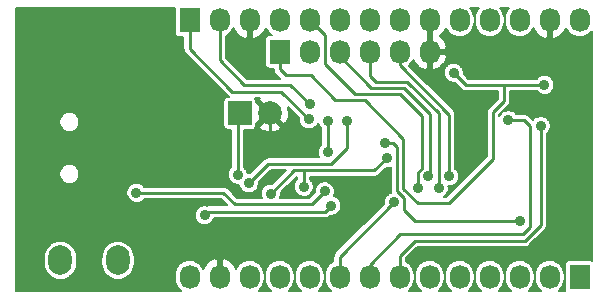
<source format=gbl>
%FSLAX34Y34*%
G04 Gerber Fmt 3.4, Leading zero omitted, Abs format*
G04 (created by PCBNEW (2014-03-19 BZR 4756)-product) date Čt 31. červenec 2014, 15:28:38 CEST*
%MOIN*%
G01*
G70*
G90*
G04 APERTURE LIST*
%ADD10C,0.005906*%
%ADD11R,0.078700X0.078700*%
%ADD12C,0.078700*%
%ADD13O,0.078700X0.098400*%
%ADD14R,0.068000X0.080000*%
%ADD15O,0.068000X0.080000*%
%ADD16C,0.035000*%
%ADD17C,0.010000*%
%ADD18C,0.007874*%
G04 APERTURE END LIST*
G54D10*
G54D11*
X54539Y-35731D03*
G54D12*
X55539Y-35731D03*
G54D13*
X48553Y-40631D03*
X50475Y-40631D03*
G54D14*
X55864Y-33681D03*
G54D15*
X56864Y-33681D03*
X57864Y-33681D03*
X58864Y-33681D03*
X59864Y-33681D03*
X60864Y-33681D03*
G54D14*
X52864Y-32631D03*
G54D15*
X53864Y-32631D03*
X54864Y-32631D03*
X55864Y-32631D03*
X56864Y-32631D03*
X57864Y-32631D03*
X58864Y-32631D03*
X59864Y-32631D03*
X60864Y-32631D03*
X61864Y-32631D03*
X62864Y-32631D03*
X63864Y-32631D03*
X64864Y-32631D03*
X65864Y-32631D03*
G54D14*
X65864Y-41181D03*
G54D15*
X64864Y-41181D03*
X63864Y-41181D03*
X62864Y-41181D03*
X61864Y-41181D03*
X60864Y-41181D03*
X59864Y-41181D03*
X58864Y-41181D03*
X57864Y-41181D03*
X56864Y-41181D03*
X55864Y-41181D03*
X54864Y-41181D03*
X53864Y-41181D03*
X52864Y-41181D03*
G54D16*
X57364Y-38331D03*
X51089Y-38381D03*
X48274Y-36907D03*
X52486Y-38797D03*
X49022Y-33167D03*
X51403Y-37812D03*
X62525Y-35647D03*
X64592Y-33974D03*
X53864Y-40273D03*
X55364Y-40381D03*
X55539Y-36756D03*
X54914Y-37381D03*
X55614Y-37831D03*
X57486Y-39584D03*
X57589Y-38806D03*
X53364Y-39131D03*
X64691Y-34781D03*
X61664Y-34381D03*
X54464Y-37781D03*
X57464Y-35981D03*
X57464Y-37031D03*
X63864Y-39331D03*
X59364Y-36731D03*
X63489Y-35956D03*
X61514Y-37831D03*
X64564Y-36156D03*
X56839Y-35931D03*
X56864Y-35431D03*
X54839Y-38056D03*
X58096Y-36001D03*
X59435Y-37222D03*
X56664Y-38181D03*
X55564Y-38406D03*
X59671Y-38698D03*
X60464Y-38231D03*
X60814Y-37831D03*
X61164Y-38231D03*
G54D17*
X56939Y-38756D02*
X57364Y-38331D01*
X54364Y-38756D02*
X56939Y-38756D01*
X53989Y-38381D02*
X54364Y-38756D01*
X51089Y-38381D02*
X53989Y-38381D01*
X60864Y-33681D02*
X60864Y-34281D01*
X61837Y-34958D02*
X62525Y-35647D01*
X61541Y-34958D02*
X61837Y-34958D01*
X60864Y-34281D02*
X61541Y-34958D01*
X64864Y-32631D02*
X64864Y-33702D01*
X64864Y-33702D02*
X64592Y-33974D01*
X55539Y-35731D02*
X55539Y-36756D01*
X55539Y-36756D02*
X54914Y-37381D01*
X57389Y-39006D02*
X57589Y-38806D01*
X53489Y-39006D02*
X57389Y-39006D01*
X53364Y-39131D02*
X53489Y-39006D01*
X63339Y-34781D02*
X64691Y-34781D01*
X62064Y-34781D02*
X63339Y-34781D01*
X61664Y-34381D02*
X62064Y-34781D01*
X54464Y-35806D02*
X54464Y-37781D01*
X54464Y-35806D02*
X54539Y-35731D01*
X63339Y-35325D02*
X62978Y-35687D01*
X62978Y-35687D02*
X62978Y-37242D01*
X62978Y-37242D02*
X61502Y-38718D01*
X61502Y-38718D02*
X60459Y-38718D01*
X60459Y-38718D02*
X59986Y-38246D01*
X59986Y-38246D02*
X59986Y-36572D01*
X59986Y-36572D02*
X58707Y-35293D01*
X58707Y-35293D02*
X57722Y-35293D01*
X57722Y-35293D02*
X56896Y-34466D01*
X56896Y-34466D02*
X56069Y-34466D01*
X56069Y-34466D02*
X55864Y-34262D01*
X55864Y-34262D02*
X55864Y-33681D01*
X63339Y-34781D02*
X63339Y-35325D01*
X57464Y-37031D02*
X57464Y-35981D01*
X63864Y-39331D02*
X60383Y-39331D01*
X59633Y-36731D02*
X59364Y-36731D01*
X59770Y-36868D02*
X59633Y-36731D01*
X59770Y-38324D02*
X59770Y-36868D01*
X60006Y-38561D02*
X59770Y-38324D01*
X60006Y-38954D02*
X60006Y-38561D01*
X60383Y-39331D02*
X60006Y-38954D01*
X63864Y-41181D02*
X63864Y-40981D01*
X64214Y-39506D02*
X64214Y-36156D01*
X58864Y-40781D02*
X59889Y-39756D01*
X59889Y-39756D02*
X63964Y-39756D01*
X63964Y-39756D02*
X64214Y-39506D01*
X58864Y-41181D02*
X58864Y-40781D01*
X64014Y-35956D02*
X63489Y-35956D01*
X64214Y-36156D02*
X64014Y-35956D01*
X59864Y-33681D02*
X59864Y-34131D01*
X61514Y-35781D02*
X61514Y-37831D01*
X59864Y-34131D02*
X61514Y-35781D01*
X59864Y-41181D02*
X59864Y-40481D01*
X64564Y-39456D02*
X64564Y-36156D01*
X64039Y-39981D02*
X64564Y-39456D01*
X60364Y-39981D02*
X64039Y-39981D01*
X59864Y-40481D02*
X60364Y-39981D01*
X52864Y-33581D02*
X52864Y-32631D01*
X54289Y-35006D02*
X52864Y-33581D01*
X55914Y-35006D02*
X54289Y-35006D01*
X56839Y-35931D02*
X55914Y-35006D01*
X53864Y-33956D02*
X53864Y-32631D01*
X54689Y-34781D02*
X53864Y-33956D01*
X56214Y-34781D02*
X54689Y-34781D01*
X56864Y-35431D02*
X56214Y-34781D01*
X55489Y-37406D02*
X57578Y-37406D01*
X54839Y-38056D02*
X55489Y-37406D01*
X58096Y-36887D02*
X58096Y-36001D01*
X57578Y-37406D02*
X58096Y-36887D01*
X56664Y-37635D02*
X59022Y-37635D01*
X59022Y-37635D02*
X59435Y-37222D01*
X56664Y-38181D02*
X56664Y-37635D01*
X56664Y-37635D02*
X56664Y-37631D01*
X56664Y-37631D02*
X56339Y-37631D01*
X56339Y-37631D02*
X55564Y-38406D01*
X57864Y-40506D02*
X57864Y-41181D01*
X59671Y-38698D02*
X57864Y-40506D01*
X57364Y-33131D02*
X57364Y-34081D01*
X56864Y-32631D02*
X57364Y-33131D01*
X60464Y-37706D02*
X60464Y-38231D01*
X60614Y-37556D02*
X60464Y-37706D01*
X60614Y-35831D02*
X60614Y-37556D01*
X59868Y-35085D02*
X60614Y-35831D01*
X58368Y-35085D02*
X59868Y-35085D01*
X57364Y-34081D02*
X58368Y-35085D01*
X60889Y-35756D02*
X60014Y-34881D01*
X60014Y-34881D02*
X58914Y-34881D01*
X57864Y-33831D02*
X58914Y-34881D01*
X60889Y-37756D02*
X60889Y-35756D01*
X60814Y-37831D02*
X60889Y-37756D01*
X57864Y-33831D02*
X57864Y-33681D01*
X61164Y-38231D02*
X61164Y-35731D01*
X58864Y-34481D02*
X58864Y-33681D01*
X59064Y-34681D02*
X58864Y-34481D01*
X60114Y-34681D02*
X59064Y-34681D01*
X61164Y-35731D02*
X60114Y-34681D01*
G54D10*
G36*
X55883Y-34574D02*
X54775Y-34574D01*
X54072Y-33870D01*
X54072Y-33144D01*
X54137Y-33110D01*
X54213Y-33049D01*
X54275Y-32975D01*
X54321Y-32891D01*
X54321Y-32892D01*
X54371Y-32994D01*
X54439Y-33085D01*
X54524Y-33160D01*
X54622Y-33217D01*
X54714Y-33251D01*
X54804Y-33207D01*
X54804Y-32692D01*
X54796Y-32692D01*
X54796Y-32570D01*
X54804Y-32570D01*
X54804Y-32562D01*
X54925Y-32562D01*
X54925Y-32570D01*
X54933Y-32570D01*
X54933Y-32692D01*
X54925Y-32692D01*
X54925Y-33207D01*
X55014Y-33251D01*
X55106Y-33217D01*
X55204Y-33160D01*
X55289Y-33085D01*
X55358Y-32994D01*
X55408Y-32892D01*
X55408Y-32890D01*
X55450Y-32969D01*
X55511Y-33044D01*
X55586Y-33106D01*
X55618Y-33124D01*
X55509Y-33124D01*
X55479Y-33130D01*
X55450Y-33141D01*
X55424Y-33159D01*
X55402Y-33181D01*
X55385Y-33206D01*
X55373Y-33235D01*
X55367Y-33265D01*
X55367Y-33297D01*
X55367Y-34097D01*
X55373Y-34127D01*
X55385Y-34156D01*
X55402Y-34181D01*
X55424Y-34203D01*
X55450Y-34221D01*
X55479Y-34232D01*
X55509Y-34238D01*
X55540Y-34238D01*
X55657Y-34238D01*
X55657Y-34262D01*
X55659Y-34281D01*
X55661Y-34300D01*
X55661Y-34301D01*
X55661Y-34302D01*
X55666Y-34320D01*
X55672Y-34339D01*
X55672Y-34340D01*
X55673Y-34341D01*
X55682Y-34358D01*
X55690Y-34375D01*
X55691Y-34376D01*
X55692Y-34377D01*
X55704Y-34391D01*
X55716Y-34406D01*
X55717Y-34408D01*
X55717Y-34408D01*
X55717Y-34408D01*
X55718Y-34408D01*
X55883Y-34574D01*
X55883Y-34574D01*
G37*
G54D18*
X55883Y-34574D02*
X54775Y-34574D01*
X54072Y-33870D01*
X54072Y-33144D01*
X54137Y-33110D01*
X54213Y-33049D01*
X54275Y-32975D01*
X54321Y-32891D01*
X54321Y-32892D01*
X54371Y-32994D01*
X54439Y-33085D01*
X54524Y-33160D01*
X54622Y-33217D01*
X54714Y-33251D01*
X54804Y-33207D01*
X54804Y-32692D01*
X54796Y-32692D01*
X54796Y-32570D01*
X54804Y-32570D01*
X54804Y-32562D01*
X54925Y-32562D01*
X54925Y-32570D01*
X54933Y-32570D01*
X54933Y-32692D01*
X54925Y-32692D01*
X54925Y-33207D01*
X55014Y-33251D01*
X55106Y-33217D01*
X55204Y-33160D01*
X55289Y-33085D01*
X55358Y-32994D01*
X55408Y-32892D01*
X55408Y-32890D01*
X55450Y-32969D01*
X55511Y-33044D01*
X55586Y-33106D01*
X55618Y-33124D01*
X55509Y-33124D01*
X55479Y-33130D01*
X55450Y-33141D01*
X55424Y-33159D01*
X55402Y-33181D01*
X55385Y-33206D01*
X55373Y-33235D01*
X55367Y-33265D01*
X55367Y-33297D01*
X55367Y-34097D01*
X55373Y-34127D01*
X55385Y-34156D01*
X55402Y-34181D01*
X55424Y-34203D01*
X55450Y-34221D01*
X55479Y-34232D01*
X55509Y-34238D01*
X55540Y-34238D01*
X55657Y-34238D01*
X55657Y-34262D01*
X55659Y-34281D01*
X55661Y-34300D01*
X55661Y-34301D01*
X55661Y-34302D01*
X55666Y-34320D01*
X55672Y-34339D01*
X55672Y-34340D01*
X55673Y-34341D01*
X55682Y-34358D01*
X55690Y-34375D01*
X55691Y-34376D01*
X55692Y-34377D01*
X55704Y-34391D01*
X55716Y-34406D01*
X55717Y-34408D01*
X55717Y-34408D01*
X55717Y-34408D01*
X55718Y-34408D01*
X55883Y-34574D01*
G54D10*
G36*
X57257Y-36769D02*
X57255Y-36771D01*
X57209Y-36816D01*
X57172Y-36870D01*
X57146Y-36930D01*
X57132Y-36994D01*
X57132Y-37059D01*
X57143Y-37123D01*
X57167Y-37184D01*
X57177Y-37199D01*
X55902Y-37199D01*
X55902Y-36179D01*
X55539Y-35817D01*
X55177Y-36179D01*
X55216Y-36279D01*
X55329Y-36331D01*
X55451Y-36361D01*
X55575Y-36366D01*
X55698Y-36347D01*
X55815Y-36304D01*
X55862Y-36279D01*
X55902Y-36179D01*
X55902Y-37199D01*
X55489Y-37199D01*
X55470Y-37200D01*
X55451Y-37202D01*
X55450Y-37202D01*
X55449Y-37202D01*
X55431Y-37208D01*
X55412Y-37213D01*
X55411Y-37214D01*
X55410Y-37214D01*
X55393Y-37223D01*
X55376Y-37232D01*
X55376Y-37233D01*
X55375Y-37233D01*
X55360Y-37245D01*
X55345Y-37257D01*
X55343Y-37259D01*
X55343Y-37259D01*
X55343Y-37259D01*
X55343Y-37259D01*
X54878Y-37724D01*
X54874Y-37724D01*
X54809Y-37723D01*
X54793Y-37726D01*
X54784Y-37684D01*
X54759Y-37624D01*
X54723Y-37570D01*
X54677Y-37524D01*
X54672Y-37520D01*
X54672Y-36282D01*
X54948Y-36282D01*
X54979Y-36276D01*
X55008Y-36264D01*
X55033Y-36247D01*
X55055Y-36225D01*
X55073Y-36199D01*
X55084Y-36170D01*
X55090Y-36140D01*
X55090Y-36109D01*
X55090Y-36093D01*
X55091Y-36093D01*
X55454Y-35731D01*
X55091Y-35369D01*
X55090Y-35369D01*
X55090Y-35322D01*
X55084Y-35292D01*
X55073Y-35263D01*
X55055Y-35237D01*
X55033Y-35215D01*
X55031Y-35213D01*
X55205Y-35213D01*
X55177Y-35283D01*
X55539Y-35645D01*
X55545Y-35640D01*
X55631Y-35725D01*
X55625Y-35731D01*
X55987Y-36093D01*
X56087Y-36054D01*
X56140Y-35941D01*
X56169Y-35820D01*
X56174Y-35695D01*
X56155Y-35572D01*
X56137Y-35522D01*
X56508Y-35893D01*
X56507Y-35894D01*
X56507Y-35959D01*
X56518Y-36023D01*
X56542Y-36084D01*
X56578Y-36139D01*
X56623Y-36185D01*
X56676Y-36223D01*
X56736Y-36249D01*
X56800Y-36263D01*
X56865Y-36264D01*
X56929Y-36253D01*
X56990Y-36229D01*
X57045Y-36194D01*
X57092Y-36149D01*
X57130Y-36096D01*
X57142Y-36068D01*
X57143Y-36073D01*
X57167Y-36134D01*
X57203Y-36189D01*
X57248Y-36235D01*
X57257Y-36242D01*
X57257Y-36769D01*
X57257Y-36769D01*
G37*
G54D18*
X57257Y-36769D02*
X57255Y-36771D01*
X57209Y-36816D01*
X57172Y-36870D01*
X57146Y-36930D01*
X57132Y-36994D01*
X57132Y-37059D01*
X57143Y-37123D01*
X57167Y-37184D01*
X57177Y-37199D01*
X55902Y-37199D01*
X55902Y-36179D01*
X55539Y-35817D01*
X55177Y-36179D01*
X55216Y-36279D01*
X55329Y-36331D01*
X55451Y-36361D01*
X55575Y-36366D01*
X55698Y-36347D01*
X55815Y-36304D01*
X55862Y-36279D01*
X55902Y-36179D01*
X55902Y-37199D01*
X55489Y-37199D01*
X55470Y-37200D01*
X55451Y-37202D01*
X55450Y-37202D01*
X55449Y-37202D01*
X55431Y-37208D01*
X55412Y-37213D01*
X55411Y-37214D01*
X55410Y-37214D01*
X55393Y-37223D01*
X55376Y-37232D01*
X55376Y-37233D01*
X55375Y-37233D01*
X55360Y-37245D01*
X55345Y-37257D01*
X55343Y-37259D01*
X55343Y-37259D01*
X55343Y-37259D01*
X55343Y-37259D01*
X54878Y-37724D01*
X54874Y-37724D01*
X54809Y-37723D01*
X54793Y-37726D01*
X54784Y-37684D01*
X54759Y-37624D01*
X54723Y-37570D01*
X54677Y-37524D01*
X54672Y-37520D01*
X54672Y-36282D01*
X54948Y-36282D01*
X54979Y-36276D01*
X55008Y-36264D01*
X55033Y-36247D01*
X55055Y-36225D01*
X55073Y-36199D01*
X55084Y-36170D01*
X55090Y-36140D01*
X55090Y-36109D01*
X55090Y-36093D01*
X55091Y-36093D01*
X55454Y-35731D01*
X55091Y-35369D01*
X55090Y-35369D01*
X55090Y-35322D01*
X55084Y-35292D01*
X55073Y-35263D01*
X55055Y-35237D01*
X55033Y-35215D01*
X55031Y-35213D01*
X55205Y-35213D01*
X55177Y-35283D01*
X55539Y-35645D01*
X55545Y-35640D01*
X55631Y-35725D01*
X55625Y-35731D01*
X55987Y-36093D01*
X56087Y-36054D01*
X56140Y-35941D01*
X56169Y-35820D01*
X56174Y-35695D01*
X56155Y-35572D01*
X56137Y-35522D01*
X56508Y-35893D01*
X56507Y-35894D01*
X56507Y-35959D01*
X56518Y-36023D01*
X56542Y-36084D01*
X56578Y-36139D01*
X56623Y-36185D01*
X56676Y-36223D01*
X56736Y-36249D01*
X56800Y-36263D01*
X56865Y-36264D01*
X56929Y-36253D01*
X56990Y-36229D01*
X57045Y-36194D01*
X57092Y-36149D01*
X57130Y-36096D01*
X57142Y-36068D01*
X57143Y-36073D01*
X57167Y-36134D01*
X57203Y-36189D01*
X57248Y-36235D01*
X57257Y-36242D01*
X57257Y-36769D01*
G54D10*
G36*
X59571Y-38380D02*
X59516Y-38402D01*
X59462Y-38438D01*
X59415Y-38484D01*
X59378Y-38537D01*
X59353Y-38597D01*
X59339Y-38661D01*
X59338Y-38726D01*
X59340Y-38736D01*
X57718Y-40359D01*
X57706Y-40374D01*
X57693Y-40389D01*
X57693Y-40390D01*
X57692Y-40391D01*
X57683Y-40407D01*
X57674Y-40424D01*
X57673Y-40425D01*
X57673Y-40426D01*
X57667Y-40445D01*
X57662Y-40463D01*
X57661Y-40464D01*
X57661Y-40465D01*
X57659Y-40484D01*
X57657Y-40503D01*
X57657Y-40505D01*
X57657Y-40505D01*
X57657Y-40505D01*
X57657Y-40506D01*
X57657Y-40668D01*
X57592Y-40702D01*
X57516Y-40763D01*
X57454Y-40837D01*
X57407Y-40922D01*
X57378Y-41015D01*
X57367Y-41111D01*
X57367Y-41118D01*
X57367Y-41244D01*
X57376Y-41340D01*
X57405Y-41433D01*
X57450Y-41519D01*
X57511Y-41594D01*
X57569Y-41642D01*
X57160Y-41642D01*
X57213Y-41599D01*
X57275Y-41525D01*
X57322Y-41440D01*
X57351Y-41347D01*
X57362Y-41251D01*
X57362Y-41244D01*
X57362Y-41118D01*
X57352Y-41022D01*
X57324Y-40929D01*
X57279Y-40843D01*
X57217Y-40768D01*
X57143Y-40706D01*
X57057Y-40660D01*
X56964Y-40631D01*
X56868Y-40621D01*
X56771Y-40630D01*
X56678Y-40657D01*
X56592Y-40702D01*
X56516Y-40763D01*
X56454Y-40837D01*
X56407Y-40922D01*
X56378Y-41015D01*
X56367Y-41111D01*
X56367Y-41118D01*
X56367Y-41244D01*
X56376Y-41340D01*
X56405Y-41433D01*
X56450Y-41519D01*
X56511Y-41594D01*
X56569Y-41642D01*
X56160Y-41642D01*
X56213Y-41599D01*
X56275Y-41525D01*
X56322Y-41440D01*
X56351Y-41347D01*
X56362Y-41251D01*
X56362Y-41244D01*
X56362Y-41118D01*
X56352Y-41022D01*
X56324Y-40929D01*
X56279Y-40843D01*
X56217Y-40768D01*
X56143Y-40706D01*
X56057Y-40660D01*
X55964Y-40631D01*
X55868Y-40621D01*
X55771Y-40630D01*
X55678Y-40657D01*
X55592Y-40702D01*
X55516Y-40763D01*
X55454Y-40837D01*
X55407Y-40922D01*
X55378Y-41015D01*
X55367Y-41111D01*
X55367Y-41118D01*
X55367Y-41244D01*
X55376Y-41340D01*
X55405Y-41433D01*
X55450Y-41519D01*
X55511Y-41594D01*
X55569Y-41642D01*
X55160Y-41642D01*
X55213Y-41599D01*
X55275Y-41525D01*
X55322Y-41440D01*
X55351Y-41347D01*
X55362Y-41251D01*
X55362Y-41244D01*
X55362Y-41118D01*
X55352Y-41022D01*
X55324Y-40929D01*
X55279Y-40843D01*
X55217Y-40768D01*
X55143Y-40706D01*
X55057Y-40660D01*
X54964Y-40631D01*
X54868Y-40621D01*
X54771Y-40630D01*
X54678Y-40657D01*
X54592Y-40702D01*
X54516Y-40763D01*
X54454Y-40837D01*
X54408Y-40921D01*
X54408Y-40920D01*
X54358Y-40818D01*
X54289Y-40727D01*
X54204Y-40652D01*
X54106Y-40595D01*
X54014Y-40561D01*
X53925Y-40605D01*
X53925Y-41120D01*
X53933Y-41120D01*
X53933Y-41242D01*
X53925Y-41242D01*
X53925Y-41250D01*
X53804Y-41250D01*
X53804Y-41242D01*
X53796Y-41242D01*
X53796Y-41120D01*
X53804Y-41120D01*
X53804Y-40605D01*
X53714Y-40561D01*
X53622Y-40595D01*
X53524Y-40652D01*
X53439Y-40727D01*
X53371Y-40818D01*
X53321Y-40920D01*
X53321Y-40922D01*
X53279Y-40843D01*
X53217Y-40768D01*
X53143Y-40706D01*
X53057Y-40660D01*
X52964Y-40631D01*
X52868Y-40621D01*
X52771Y-40630D01*
X52678Y-40657D01*
X52592Y-40702D01*
X52516Y-40763D01*
X52454Y-40837D01*
X52407Y-40922D01*
X52378Y-41015D01*
X52367Y-41111D01*
X52367Y-41118D01*
X52367Y-41244D01*
X52376Y-41340D01*
X52405Y-41433D01*
X52450Y-41519D01*
X52511Y-41594D01*
X52569Y-41642D01*
X51026Y-41642D01*
X51026Y-40733D01*
X51026Y-40529D01*
X51016Y-40422D01*
X50985Y-40319D01*
X50934Y-40224D01*
X50866Y-40141D01*
X50784Y-40073D01*
X50689Y-40021D01*
X50586Y-39990D01*
X50479Y-39978D01*
X50372Y-39988D01*
X50269Y-40018D01*
X50174Y-40068D01*
X50090Y-40136D01*
X50021Y-40218D01*
X49969Y-40312D01*
X49937Y-40415D01*
X49925Y-40522D01*
X49924Y-40529D01*
X49924Y-40733D01*
X49935Y-40840D01*
X49966Y-40943D01*
X50017Y-41038D01*
X50085Y-41121D01*
X50167Y-41189D01*
X50262Y-41241D01*
X50365Y-41272D01*
X50472Y-41284D01*
X50579Y-41274D01*
X50682Y-41243D01*
X50777Y-41194D01*
X50861Y-41126D01*
X50930Y-41044D01*
X50982Y-40950D01*
X51014Y-40847D01*
X51026Y-40740D01*
X51026Y-40733D01*
X51026Y-41642D01*
X49191Y-41642D01*
X49191Y-37721D01*
X49191Y-35989D01*
X49178Y-35925D01*
X49153Y-35864D01*
X49117Y-35809D01*
X49071Y-35763D01*
X49016Y-35726D01*
X48956Y-35701D01*
X48892Y-35687D01*
X48826Y-35687D01*
X48762Y-35699D01*
X48701Y-35724D01*
X48646Y-35760D01*
X48599Y-35806D01*
X48562Y-35860D01*
X48536Y-35920D01*
X48523Y-35984D01*
X48522Y-36050D01*
X48533Y-36114D01*
X48558Y-36175D01*
X48593Y-36230D01*
X48639Y-36278D01*
X48693Y-36315D01*
X48753Y-36341D01*
X48817Y-36355D01*
X48882Y-36357D01*
X48947Y-36345D01*
X49008Y-36322D01*
X49063Y-36287D01*
X49111Y-36241D01*
X49149Y-36188D01*
X49175Y-36128D01*
X49190Y-36064D01*
X49191Y-35989D01*
X49191Y-37721D01*
X49178Y-37657D01*
X49153Y-37596D01*
X49117Y-37541D01*
X49071Y-37495D01*
X49016Y-37458D01*
X48956Y-37433D01*
X48892Y-37419D01*
X48826Y-37419D01*
X48762Y-37431D01*
X48701Y-37456D01*
X48646Y-37492D01*
X48599Y-37538D01*
X48562Y-37592D01*
X48536Y-37652D01*
X48523Y-37716D01*
X48522Y-37782D01*
X48533Y-37846D01*
X48558Y-37907D01*
X48593Y-37962D01*
X48639Y-38010D01*
X48693Y-38047D01*
X48753Y-38073D01*
X48817Y-38087D01*
X48882Y-38089D01*
X48947Y-38077D01*
X49008Y-38054D01*
X49063Y-38019D01*
X49111Y-37973D01*
X49149Y-37920D01*
X49175Y-37860D01*
X49190Y-37796D01*
X49191Y-37721D01*
X49191Y-41642D01*
X49104Y-41642D01*
X49104Y-40733D01*
X49104Y-40529D01*
X49094Y-40422D01*
X49063Y-40319D01*
X49012Y-40224D01*
X48944Y-40141D01*
X48862Y-40073D01*
X48767Y-40021D01*
X48664Y-39990D01*
X48557Y-39978D01*
X48450Y-39988D01*
X48347Y-40018D01*
X48252Y-40068D01*
X48168Y-40136D01*
X48099Y-40218D01*
X48047Y-40312D01*
X48015Y-40415D01*
X48003Y-40522D01*
X48002Y-40529D01*
X48002Y-40733D01*
X48013Y-40840D01*
X48044Y-40943D01*
X48095Y-41038D01*
X48163Y-41121D01*
X48245Y-41189D01*
X48340Y-41241D01*
X48443Y-41272D01*
X48550Y-41284D01*
X48657Y-41274D01*
X48760Y-41243D01*
X48855Y-41194D01*
X48939Y-41126D01*
X49008Y-41044D01*
X49060Y-40950D01*
X49092Y-40847D01*
X49104Y-40740D01*
X49104Y-40733D01*
X49104Y-41642D01*
X47063Y-41642D01*
X47063Y-32220D01*
X52367Y-32220D01*
X52367Y-32247D01*
X52367Y-33047D01*
X52373Y-33077D01*
X52385Y-33106D01*
X52402Y-33131D01*
X52424Y-33153D01*
X52450Y-33171D01*
X52479Y-33182D01*
X52509Y-33188D01*
X52540Y-33188D01*
X52657Y-33188D01*
X52657Y-33581D01*
X52659Y-33600D01*
X52661Y-33619D01*
X52661Y-33620D01*
X52661Y-33621D01*
X52666Y-33640D01*
X52672Y-33658D01*
X52672Y-33659D01*
X52673Y-33660D01*
X52682Y-33677D01*
X52690Y-33694D01*
X52691Y-33695D01*
X52692Y-33696D01*
X52704Y-33711D01*
X52716Y-33726D01*
X52717Y-33727D01*
X52717Y-33727D01*
X52717Y-33727D01*
X52718Y-33728D01*
X54143Y-35153D01*
X54158Y-35165D01*
X54172Y-35177D01*
X54173Y-35178D01*
X54174Y-35178D01*
X54177Y-35180D01*
X54130Y-35180D01*
X54100Y-35186D01*
X54071Y-35198D01*
X54046Y-35215D01*
X54024Y-35237D01*
X54006Y-35263D01*
X53995Y-35292D01*
X53988Y-35322D01*
X53988Y-35353D01*
X53988Y-36140D01*
X53995Y-36170D01*
X54006Y-36199D01*
X54024Y-36225D01*
X54046Y-36247D01*
X54071Y-36264D01*
X54100Y-36276D01*
X54130Y-36282D01*
X54161Y-36282D01*
X54257Y-36282D01*
X54257Y-37519D01*
X54255Y-37521D01*
X54209Y-37566D01*
X54172Y-37620D01*
X54146Y-37680D01*
X54132Y-37744D01*
X54132Y-37809D01*
X54143Y-37873D01*
X54167Y-37934D01*
X54203Y-37989D01*
X54248Y-38035D01*
X54301Y-38073D01*
X54361Y-38099D01*
X54425Y-38113D01*
X54490Y-38114D01*
X54511Y-38110D01*
X54518Y-38148D01*
X54542Y-38209D01*
X54578Y-38264D01*
X54623Y-38310D01*
X54676Y-38348D01*
X54736Y-38374D01*
X54800Y-38388D01*
X54865Y-38389D01*
X54929Y-38378D01*
X54990Y-38354D01*
X55045Y-38319D01*
X55092Y-38274D01*
X55130Y-38221D01*
X55156Y-38161D01*
X55171Y-38098D01*
X55172Y-38023D01*
X55171Y-38018D01*
X55575Y-37613D01*
X56064Y-37613D01*
X55603Y-38074D01*
X55599Y-38074D01*
X55534Y-38073D01*
X55470Y-38086D01*
X55410Y-38110D01*
X55355Y-38146D01*
X55309Y-38191D01*
X55272Y-38245D01*
X55246Y-38305D01*
X55232Y-38369D01*
X55232Y-38434D01*
X55243Y-38498D01*
X55263Y-38549D01*
X54450Y-38549D01*
X54136Y-38234D01*
X54121Y-38222D01*
X54107Y-38210D01*
X54106Y-38209D01*
X54105Y-38209D01*
X54088Y-38200D01*
X54071Y-38190D01*
X54070Y-38190D01*
X54069Y-38189D01*
X54051Y-38184D01*
X54033Y-38178D01*
X54032Y-38178D01*
X54030Y-38178D01*
X54011Y-38176D01*
X53992Y-38174D01*
X53990Y-38174D01*
X53990Y-38174D01*
X53990Y-38174D01*
X53989Y-38174D01*
X51351Y-38174D01*
X51348Y-38170D01*
X51302Y-38124D01*
X51248Y-38087D01*
X51188Y-38062D01*
X51124Y-38049D01*
X51059Y-38048D01*
X50995Y-38061D01*
X50935Y-38085D01*
X50880Y-38121D01*
X50834Y-38166D01*
X50797Y-38220D01*
X50771Y-38280D01*
X50757Y-38344D01*
X50757Y-38409D01*
X50768Y-38473D01*
X50792Y-38534D01*
X50828Y-38589D01*
X50873Y-38635D01*
X50926Y-38673D01*
X50986Y-38699D01*
X51050Y-38713D01*
X51115Y-38714D01*
X51179Y-38703D01*
X51240Y-38679D01*
X51295Y-38644D01*
X51342Y-38599D01*
X51350Y-38588D01*
X53904Y-38588D01*
X54114Y-38799D01*
X53489Y-38799D01*
X53470Y-38800D01*
X53451Y-38802D01*
X53450Y-38802D01*
X53449Y-38802D01*
X53436Y-38806D01*
X53399Y-38799D01*
X53334Y-38798D01*
X53270Y-38811D01*
X53210Y-38835D01*
X53155Y-38871D01*
X53109Y-38916D01*
X53072Y-38970D01*
X53046Y-39030D01*
X53032Y-39094D01*
X53032Y-39159D01*
X53043Y-39223D01*
X53067Y-39284D01*
X53103Y-39339D01*
X53148Y-39385D01*
X53201Y-39423D01*
X53261Y-39449D01*
X53325Y-39463D01*
X53390Y-39464D01*
X53454Y-39453D01*
X53515Y-39429D01*
X53570Y-39394D01*
X53617Y-39349D01*
X53655Y-39296D01*
X53681Y-39236D01*
X53687Y-39213D01*
X57389Y-39213D01*
X57409Y-39212D01*
X57428Y-39210D01*
X57429Y-39210D01*
X57430Y-39210D01*
X57448Y-39204D01*
X57467Y-39199D01*
X57467Y-39198D01*
X57469Y-39198D01*
X57485Y-39189D01*
X57502Y-39180D01*
X57503Y-39179D01*
X57504Y-39179D01*
X57519Y-39167D01*
X57534Y-39155D01*
X57536Y-39153D01*
X57536Y-39153D01*
X57536Y-39153D01*
X57536Y-39153D01*
X57551Y-39138D01*
X57615Y-39139D01*
X57679Y-39128D01*
X57740Y-39104D01*
X57795Y-39069D01*
X57842Y-39024D01*
X57880Y-38971D01*
X57906Y-38911D01*
X57921Y-38848D01*
X57922Y-38773D01*
X57909Y-38709D01*
X57884Y-38649D01*
X57848Y-38595D01*
X57802Y-38549D01*
X57748Y-38512D01*
X57688Y-38487D01*
X57661Y-38481D01*
X57681Y-38436D01*
X57696Y-38373D01*
X57697Y-38298D01*
X57684Y-38234D01*
X57659Y-38174D01*
X57623Y-38120D01*
X57577Y-38074D01*
X57523Y-38037D01*
X57463Y-38012D01*
X57399Y-37999D01*
X57334Y-37998D01*
X57270Y-38011D01*
X57210Y-38035D01*
X57155Y-38071D01*
X57109Y-38116D01*
X57072Y-38170D01*
X57046Y-38230D01*
X57032Y-38294D01*
X57032Y-38359D01*
X57033Y-38369D01*
X56854Y-38549D01*
X55865Y-38549D01*
X55881Y-38511D01*
X55896Y-38448D01*
X55897Y-38373D01*
X55896Y-38368D01*
X56425Y-37838D01*
X56457Y-37838D01*
X56457Y-37919D01*
X56455Y-37921D01*
X56409Y-37966D01*
X56372Y-38020D01*
X56346Y-38080D01*
X56332Y-38144D01*
X56332Y-38209D01*
X56343Y-38273D01*
X56367Y-38334D01*
X56403Y-38389D01*
X56448Y-38435D01*
X56501Y-38473D01*
X56561Y-38499D01*
X56625Y-38513D01*
X56690Y-38514D01*
X56754Y-38503D01*
X56815Y-38479D01*
X56870Y-38444D01*
X56917Y-38399D01*
X56955Y-38346D01*
X56981Y-38286D01*
X56996Y-38223D01*
X56997Y-38148D01*
X56984Y-38084D01*
X56959Y-38024D01*
X56923Y-37970D01*
X56877Y-37924D01*
X56872Y-37920D01*
X56872Y-37843D01*
X59022Y-37843D01*
X59041Y-37841D01*
X59060Y-37839D01*
X59061Y-37839D01*
X59062Y-37839D01*
X59080Y-37833D01*
X59099Y-37828D01*
X59100Y-37827D01*
X59101Y-37827D01*
X59118Y-37818D01*
X59135Y-37809D01*
X59135Y-37809D01*
X59136Y-37808D01*
X59151Y-37796D01*
X59166Y-37784D01*
X59168Y-37783D01*
X59168Y-37783D01*
X59168Y-37783D01*
X59168Y-37782D01*
X59397Y-37554D01*
X59461Y-37555D01*
X59525Y-37544D01*
X59562Y-37529D01*
X59562Y-38324D01*
X59564Y-38343D01*
X59566Y-38362D01*
X59566Y-38364D01*
X59566Y-38365D01*
X59571Y-38380D01*
X59571Y-38380D01*
G37*
G54D18*
X59571Y-38380D02*
X59516Y-38402D01*
X59462Y-38438D01*
X59415Y-38484D01*
X59378Y-38537D01*
X59353Y-38597D01*
X59339Y-38661D01*
X59338Y-38726D01*
X59340Y-38736D01*
X57718Y-40359D01*
X57706Y-40374D01*
X57693Y-40389D01*
X57693Y-40390D01*
X57692Y-40391D01*
X57683Y-40407D01*
X57674Y-40424D01*
X57673Y-40425D01*
X57673Y-40426D01*
X57667Y-40445D01*
X57662Y-40463D01*
X57661Y-40464D01*
X57661Y-40465D01*
X57659Y-40484D01*
X57657Y-40503D01*
X57657Y-40505D01*
X57657Y-40505D01*
X57657Y-40505D01*
X57657Y-40506D01*
X57657Y-40668D01*
X57592Y-40702D01*
X57516Y-40763D01*
X57454Y-40837D01*
X57407Y-40922D01*
X57378Y-41015D01*
X57367Y-41111D01*
X57367Y-41118D01*
X57367Y-41244D01*
X57376Y-41340D01*
X57405Y-41433D01*
X57450Y-41519D01*
X57511Y-41594D01*
X57569Y-41642D01*
X57160Y-41642D01*
X57213Y-41599D01*
X57275Y-41525D01*
X57322Y-41440D01*
X57351Y-41347D01*
X57362Y-41251D01*
X57362Y-41244D01*
X57362Y-41118D01*
X57352Y-41022D01*
X57324Y-40929D01*
X57279Y-40843D01*
X57217Y-40768D01*
X57143Y-40706D01*
X57057Y-40660D01*
X56964Y-40631D01*
X56868Y-40621D01*
X56771Y-40630D01*
X56678Y-40657D01*
X56592Y-40702D01*
X56516Y-40763D01*
X56454Y-40837D01*
X56407Y-40922D01*
X56378Y-41015D01*
X56367Y-41111D01*
X56367Y-41118D01*
X56367Y-41244D01*
X56376Y-41340D01*
X56405Y-41433D01*
X56450Y-41519D01*
X56511Y-41594D01*
X56569Y-41642D01*
X56160Y-41642D01*
X56213Y-41599D01*
X56275Y-41525D01*
X56322Y-41440D01*
X56351Y-41347D01*
X56362Y-41251D01*
X56362Y-41244D01*
X56362Y-41118D01*
X56352Y-41022D01*
X56324Y-40929D01*
X56279Y-40843D01*
X56217Y-40768D01*
X56143Y-40706D01*
X56057Y-40660D01*
X55964Y-40631D01*
X55868Y-40621D01*
X55771Y-40630D01*
X55678Y-40657D01*
X55592Y-40702D01*
X55516Y-40763D01*
X55454Y-40837D01*
X55407Y-40922D01*
X55378Y-41015D01*
X55367Y-41111D01*
X55367Y-41118D01*
X55367Y-41244D01*
X55376Y-41340D01*
X55405Y-41433D01*
X55450Y-41519D01*
X55511Y-41594D01*
X55569Y-41642D01*
X55160Y-41642D01*
X55213Y-41599D01*
X55275Y-41525D01*
X55322Y-41440D01*
X55351Y-41347D01*
X55362Y-41251D01*
X55362Y-41244D01*
X55362Y-41118D01*
X55352Y-41022D01*
X55324Y-40929D01*
X55279Y-40843D01*
X55217Y-40768D01*
X55143Y-40706D01*
X55057Y-40660D01*
X54964Y-40631D01*
X54868Y-40621D01*
X54771Y-40630D01*
X54678Y-40657D01*
X54592Y-40702D01*
X54516Y-40763D01*
X54454Y-40837D01*
X54408Y-40921D01*
X54408Y-40920D01*
X54358Y-40818D01*
X54289Y-40727D01*
X54204Y-40652D01*
X54106Y-40595D01*
X54014Y-40561D01*
X53925Y-40605D01*
X53925Y-41120D01*
X53933Y-41120D01*
X53933Y-41242D01*
X53925Y-41242D01*
X53925Y-41250D01*
X53804Y-41250D01*
X53804Y-41242D01*
X53796Y-41242D01*
X53796Y-41120D01*
X53804Y-41120D01*
X53804Y-40605D01*
X53714Y-40561D01*
X53622Y-40595D01*
X53524Y-40652D01*
X53439Y-40727D01*
X53371Y-40818D01*
X53321Y-40920D01*
X53321Y-40922D01*
X53279Y-40843D01*
X53217Y-40768D01*
X53143Y-40706D01*
X53057Y-40660D01*
X52964Y-40631D01*
X52868Y-40621D01*
X52771Y-40630D01*
X52678Y-40657D01*
X52592Y-40702D01*
X52516Y-40763D01*
X52454Y-40837D01*
X52407Y-40922D01*
X52378Y-41015D01*
X52367Y-41111D01*
X52367Y-41118D01*
X52367Y-41244D01*
X52376Y-41340D01*
X52405Y-41433D01*
X52450Y-41519D01*
X52511Y-41594D01*
X52569Y-41642D01*
X51026Y-41642D01*
X51026Y-40733D01*
X51026Y-40529D01*
X51016Y-40422D01*
X50985Y-40319D01*
X50934Y-40224D01*
X50866Y-40141D01*
X50784Y-40073D01*
X50689Y-40021D01*
X50586Y-39990D01*
X50479Y-39978D01*
X50372Y-39988D01*
X50269Y-40018D01*
X50174Y-40068D01*
X50090Y-40136D01*
X50021Y-40218D01*
X49969Y-40312D01*
X49937Y-40415D01*
X49925Y-40522D01*
X49924Y-40529D01*
X49924Y-40733D01*
X49935Y-40840D01*
X49966Y-40943D01*
X50017Y-41038D01*
X50085Y-41121D01*
X50167Y-41189D01*
X50262Y-41241D01*
X50365Y-41272D01*
X50472Y-41284D01*
X50579Y-41274D01*
X50682Y-41243D01*
X50777Y-41194D01*
X50861Y-41126D01*
X50930Y-41044D01*
X50982Y-40950D01*
X51014Y-40847D01*
X51026Y-40740D01*
X51026Y-40733D01*
X51026Y-41642D01*
X49191Y-41642D01*
X49191Y-37721D01*
X49191Y-35989D01*
X49178Y-35925D01*
X49153Y-35864D01*
X49117Y-35809D01*
X49071Y-35763D01*
X49016Y-35726D01*
X48956Y-35701D01*
X48892Y-35687D01*
X48826Y-35687D01*
X48762Y-35699D01*
X48701Y-35724D01*
X48646Y-35760D01*
X48599Y-35806D01*
X48562Y-35860D01*
X48536Y-35920D01*
X48523Y-35984D01*
X48522Y-36050D01*
X48533Y-36114D01*
X48558Y-36175D01*
X48593Y-36230D01*
X48639Y-36278D01*
X48693Y-36315D01*
X48753Y-36341D01*
X48817Y-36355D01*
X48882Y-36357D01*
X48947Y-36345D01*
X49008Y-36322D01*
X49063Y-36287D01*
X49111Y-36241D01*
X49149Y-36188D01*
X49175Y-36128D01*
X49190Y-36064D01*
X49191Y-35989D01*
X49191Y-37721D01*
X49178Y-37657D01*
X49153Y-37596D01*
X49117Y-37541D01*
X49071Y-37495D01*
X49016Y-37458D01*
X48956Y-37433D01*
X48892Y-37419D01*
X48826Y-37419D01*
X48762Y-37431D01*
X48701Y-37456D01*
X48646Y-37492D01*
X48599Y-37538D01*
X48562Y-37592D01*
X48536Y-37652D01*
X48523Y-37716D01*
X48522Y-37782D01*
X48533Y-37846D01*
X48558Y-37907D01*
X48593Y-37962D01*
X48639Y-38010D01*
X48693Y-38047D01*
X48753Y-38073D01*
X48817Y-38087D01*
X48882Y-38089D01*
X48947Y-38077D01*
X49008Y-38054D01*
X49063Y-38019D01*
X49111Y-37973D01*
X49149Y-37920D01*
X49175Y-37860D01*
X49190Y-37796D01*
X49191Y-37721D01*
X49191Y-41642D01*
X49104Y-41642D01*
X49104Y-40733D01*
X49104Y-40529D01*
X49094Y-40422D01*
X49063Y-40319D01*
X49012Y-40224D01*
X48944Y-40141D01*
X48862Y-40073D01*
X48767Y-40021D01*
X48664Y-39990D01*
X48557Y-39978D01*
X48450Y-39988D01*
X48347Y-40018D01*
X48252Y-40068D01*
X48168Y-40136D01*
X48099Y-40218D01*
X48047Y-40312D01*
X48015Y-40415D01*
X48003Y-40522D01*
X48002Y-40529D01*
X48002Y-40733D01*
X48013Y-40840D01*
X48044Y-40943D01*
X48095Y-41038D01*
X48163Y-41121D01*
X48245Y-41189D01*
X48340Y-41241D01*
X48443Y-41272D01*
X48550Y-41284D01*
X48657Y-41274D01*
X48760Y-41243D01*
X48855Y-41194D01*
X48939Y-41126D01*
X49008Y-41044D01*
X49060Y-40950D01*
X49092Y-40847D01*
X49104Y-40740D01*
X49104Y-40733D01*
X49104Y-41642D01*
X47063Y-41642D01*
X47063Y-32220D01*
X52367Y-32220D01*
X52367Y-32247D01*
X52367Y-33047D01*
X52373Y-33077D01*
X52385Y-33106D01*
X52402Y-33131D01*
X52424Y-33153D01*
X52450Y-33171D01*
X52479Y-33182D01*
X52509Y-33188D01*
X52540Y-33188D01*
X52657Y-33188D01*
X52657Y-33581D01*
X52659Y-33600D01*
X52661Y-33619D01*
X52661Y-33620D01*
X52661Y-33621D01*
X52666Y-33640D01*
X52672Y-33658D01*
X52672Y-33659D01*
X52673Y-33660D01*
X52682Y-33677D01*
X52690Y-33694D01*
X52691Y-33695D01*
X52692Y-33696D01*
X52704Y-33711D01*
X52716Y-33726D01*
X52717Y-33727D01*
X52717Y-33727D01*
X52717Y-33727D01*
X52718Y-33728D01*
X54143Y-35153D01*
X54158Y-35165D01*
X54172Y-35177D01*
X54173Y-35178D01*
X54174Y-35178D01*
X54177Y-35180D01*
X54130Y-35180D01*
X54100Y-35186D01*
X54071Y-35198D01*
X54046Y-35215D01*
X54024Y-35237D01*
X54006Y-35263D01*
X53995Y-35292D01*
X53988Y-35322D01*
X53988Y-35353D01*
X53988Y-36140D01*
X53995Y-36170D01*
X54006Y-36199D01*
X54024Y-36225D01*
X54046Y-36247D01*
X54071Y-36264D01*
X54100Y-36276D01*
X54130Y-36282D01*
X54161Y-36282D01*
X54257Y-36282D01*
X54257Y-37519D01*
X54255Y-37521D01*
X54209Y-37566D01*
X54172Y-37620D01*
X54146Y-37680D01*
X54132Y-37744D01*
X54132Y-37809D01*
X54143Y-37873D01*
X54167Y-37934D01*
X54203Y-37989D01*
X54248Y-38035D01*
X54301Y-38073D01*
X54361Y-38099D01*
X54425Y-38113D01*
X54490Y-38114D01*
X54511Y-38110D01*
X54518Y-38148D01*
X54542Y-38209D01*
X54578Y-38264D01*
X54623Y-38310D01*
X54676Y-38348D01*
X54736Y-38374D01*
X54800Y-38388D01*
X54865Y-38389D01*
X54929Y-38378D01*
X54990Y-38354D01*
X55045Y-38319D01*
X55092Y-38274D01*
X55130Y-38221D01*
X55156Y-38161D01*
X55171Y-38098D01*
X55172Y-38023D01*
X55171Y-38018D01*
X55575Y-37613D01*
X56064Y-37613D01*
X55603Y-38074D01*
X55599Y-38074D01*
X55534Y-38073D01*
X55470Y-38086D01*
X55410Y-38110D01*
X55355Y-38146D01*
X55309Y-38191D01*
X55272Y-38245D01*
X55246Y-38305D01*
X55232Y-38369D01*
X55232Y-38434D01*
X55243Y-38498D01*
X55263Y-38549D01*
X54450Y-38549D01*
X54136Y-38234D01*
X54121Y-38222D01*
X54107Y-38210D01*
X54106Y-38209D01*
X54105Y-38209D01*
X54088Y-38200D01*
X54071Y-38190D01*
X54070Y-38190D01*
X54069Y-38189D01*
X54051Y-38184D01*
X54033Y-38178D01*
X54032Y-38178D01*
X54030Y-38178D01*
X54011Y-38176D01*
X53992Y-38174D01*
X53990Y-38174D01*
X53990Y-38174D01*
X53990Y-38174D01*
X53989Y-38174D01*
X51351Y-38174D01*
X51348Y-38170D01*
X51302Y-38124D01*
X51248Y-38087D01*
X51188Y-38062D01*
X51124Y-38049D01*
X51059Y-38048D01*
X50995Y-38061D01*
X50935Y-38085D01*
X50880Y-38121D01*
X50834Y-38166D01*
X50797Y-38220D01*
X50771Y-38280D01*
X50757Y-38344D01*
X50757Y-38409D01*
X50768Y-38473D01*
X50792Y-38534D01*
X50828Y-38589D01*
X50873Y-38635D01*
X50926Y-38673D01*
X50986Y-38699D01*
X51050Y-38713D01*
X51115Y-38714D01*
X51179Y-38703D01*
X51240Y-38679D01*
X51295Y-38644D01*
X51342Y-38599D01*
X51350Y-38588D01*
X53904Y-38588D01*
X54114Y-38799D01*
X53489Y-38799D01*
X53470Y-38800D01*
X53451Y-38802D01*
X53450Y-38802D01*
X53449Y-38802D01*
X53436Y-38806D01*
X53399Y-38799D01*
X53334Y-38798D01*
X53270Y-38811D01*
X53210Y-38835D01*
X53155Y-38871D01*
X53109Y-38916D01*
X53072Y-38970D01*
X53046Y-39030D01*
X53032Y-39094D01*
X53032Y-39159D01*
X53043Y-39223D01*
X53067Y-39284D01*
X53103Y-39339D01*
X53148Y-39385D01*
X53201Y-39423D01*
X53261Y-39449D01*
X53325Y-39463D01*
X53390Y-39464D01*
X53454Y-39453D01*
X53515Y-39429D01*
X53570Y-39394D01*
X53617Y-39349D01*
X53655Y-39296D01*
X53681Y-39236D01*
X53687Y-39213D01*
X57389Y-39213D01*
X57409Y-39212D01*
X57428Y-39210D01*
X57429Y-39210D01*
X57430Y-39210D01*
X57448Y-39204D01*
X57467Y-39199D01*
X57467Y-39198D01*
X57469Y-39198D01*
X57485Y-39189D01*
X57502Y-39180D01*
X57503Y-39179D01*
X57504Y-39179D01*
X57519Y-39167D01*
X57534Y-39155D01*
X57536Y-39153D01*
X57536Y-39153D01*
X57536Y-39153D01*
X57536Y-39153D01*
X57551Y-39138D01*
X57615Y-39139D01*
X57679Y-39128D01*
X57740Y-39104D01*
X57795Y-39069D01*
X57842Y-39024D01*
X57880Y-38971D01*
X57906Y-38911D01*
X57921Y-38848D01*
X57922Y-38773D01*
X57909Y-38709D01*
X57884Y-38649D01*
X57848Y-38595D01*
X57802Y-38549D01*
X57748Y-38512D01*
X57688Y-38487D01*
X57661Y-38481D01*
X57681Y-38436D01*
X57696Y-38373D01*
X57697Y-38298D01*
X57684Y-38234D01*
X57659Y-38174D01*
X57623Y-38120D01*
X57577Y-38074D01*
X57523Y-38037D01*
X57463Y-38012D01*
X57399Y-37999D01*
X57334Y-37998D01*
X57270Y-38011D01*
X57210Y-38035D01*
X57155Y-38071D01*
X57109Y-38116D01*
X57072Y-38170D01*
X57046Y-38230D01*
X57032Y-38294D01*
X57032Y-38359D01*
X57033Y-38369D01*
X56854Y-38549D01*
X55865Y-38549D01*
X55881Y-38511D01*
X55896Y-38448D01*
X55897Y-38373D01*
X55896Y-38368D01*
X56425Y-37838D01*
X56457Y-37838D01*
X56457Y-37919D01*
X56455Y-37921D01*
X56409Y-37966D01*
X56372Y-38020D01*
X56346Y-38080D01*
X56332Y-38144D01*
X56332Y-38209D01*
X56343Y-38273D01*
X56367Y-38334D01*
X56403Y-38389D01*
X56448Y-38435D01*
X56501Y-38473D01*
X56561Y-38499D01*
X56625Y-38513D01*
X56690Y-38514D01*
X56754Y-38503D01*
X56815Y-38479D01*
X56870Y-38444D01*
X56917Y-38399D01*
X56955Y-38346D01*
X56981Y-38286D01*
X56996Y-38223D01*
X56997Y-38148D01*
X56984Y-38084D01*
X56959Y-38024D01*
X56923Y-37970D01*
X56877Y-37924D01*
X56872Y-37920D01*
X56872Y-37843D01*
X59022Y-37843D01*
X59041Y-37841D01*
X59060Y-37839D01*
X59061Y-37839D01*
X59062Y-37839D01*
X59080Y-37833D01*
X59099Y-37828D01*
X59100Y-37827D01*
X59101Y-37827D01*
X59118Y-37818D01*
X59135Y-37809D01*
X59135Y-37809D01*
X59136Y-37808D01*
X59151Y-37796D01*
X59166Y-37784D01*
X59168Y-37783D01*
X59168Y-37783D01*
X59168Y-37783D01*
X59168Y-37782D01*
X59397Y-37554D01*
X59461Y-37555D01*
X59525Y-37544D01*
X59562Y-37529D01*
X59562Y-38324D01*
X59564Y-38343D01*
X59566Y-38362D01*
X59566Y-38364D01*
X59566Y-38365D01*
X59571Y-38380D01*
G54D10*
G36*
X66275Y-40640D02*
X66250Y-40630D01*
X66220Y-40624D01*
X66189Y-40624D01*
X65509Y-40624D01*
X65479Y-40630D01*
X65450Y-40641D01*
X65424Y-40659D01*
X65402Y-40681D01*
X65385Y-40706D01*
X65373Y-40735D01*
X65367Y-40765D01*
X65367Y-40797D01*
X65367Y-41597D01*
X65373Y-41627D01*
X65379Y-41642D01*
X65160Y-41642D01*
X65213Y-41599D01*
X65275Y-41525D01*
X65322Y-41440D01*
X65351Y-41347D01*
X65362Y-41251D01*
X65362Y-41244D01*
X65362Y-41118D01*
X65352Y-41022D01*
X65324Y-40929D01*
X65279Y-40843D01*
X65217Y-40768D01*
X65143Y-40706D01*
X65057Y-40660D01*
X64964Y-40631D01*
X64868Y-40621D01*
X64771Y-40630D01*
X64678Y-40657D01*
X64592Y-40702D01*
X64516Y-40763D01*
X64454Y-40837D01*
X64407Y-40922D01*
X64378Y-41015D01*
X64367Y-41111D01*
X64367Y-41118D01*
X64367Y-41244D01*
X64376Y-41340D01*
X64405Y-41433D01*
X64450Y-41519D01*
X64511Y-41594D01*
X64569Y-41642D01*
X64160Y-41642D01*
X64213Y-41599D01*
X64275Y-41525D01*
X64322Y-41440D01*
X64351Y-41347D01*
X64362Y-41251D01*
X64362Y-41244D01*
X64362Y-41118D01*
X64352Y-41022D01*
X64324Y-40929D01*
X64279Y-40843D01*
X64217Y-40768D01*
X64143Y-40706D01*
X64057Y-40660D01*
X63964Y-40631D01*
X63868Y-40621D01*
X63771Y-40630D01*
X63678Y-40657D01*
X63592Y-40702D01*
X63516Y-40763D01*
X63454Y-40837D01*
X63407Y-40922D01*
X63378Y-41015D01*
X63367Y-41111D01*
X63367Y-41118D01*
X63367Y-41244D01*
X63376Y-41340D01*
X63405Y-41433D01*
X63450Y-41519D01*
X63511Y-41594D01*
X63569Y-41642D01*
X63160Y-41642D01*
X63213Y-41599D01*
X63275Y-41525D01*
X63322Y-41440D01*
X63351Y-41347D01*
X63362Y-41251D01*
X63362Y-41244D01*
X63362Y-41118D01*
X63352Y-41022D01*
X63324Y-40929D01*
X63279Y-40843D01*
X63217Y-40768D01*
X63143Y-40706D01*
X63057Y-40660D01*
X62964Y-40631D01*
X62868Y-40621D01*
X62771Y-40630D01*
X62678Y-40657D01*
X62592Y-40702D01*
X62516Y-40763D01*
X62454Y-40837D01*
X62407Y-40922D01*
X62378Y-41015D01*
X62367Y-41111D01*
X62367Y-41118D01*
X62367Y-41244D01*
X62376Y-41340D01*
X62405Y-41433D01*
X62450Y-41519D01*
X62511Y-41594D01*
X62569Y-41642D01*
X62160Y-41642D01*
X62213Y-41599D01*
X62275Y-41525D01*
X62322Y-41440D01*
X62351Y-41347D01*
X62362Y-41251D01*
X62362Y-41244D01*
X62362Y-41118D01*
X62352Y-41022D01*
X62324Y-40929D01*
X62279Y-40843D01*
X62217Y-40768D01*
X62143Y-40706D01*
X62057Y-40660D01*
X61964Y-40631D01*
X61868Y-40621D01*
X61771Y-40630D01*
X61678Y-40657D01*
X61592Y-40702D01*
X61516Y-40763D01*
X61454Y-40837D01*
X61407Y-40922D01*
X61378Y-41015D01*
X61367Y-41111D01*
X61367Y-41118D01*
X61367Y-41244D01*
X61376Y-41340D01*
X61405Y-41433D01*
X61450Y-41519D01*
X61511Y-41594D01*
X61569Y-41642D01*
X61160Y-41642D01*
X61213Y-41599D01*
X61275Y-41525D01*
X61322Y-41440D01*
X61351Y-41347D01*
X61362Y-41251D01*
X61362Y-41244D01*
X61362Y-41118D01*
X61352Y-41022D01*
X61324Y-40929D01*
X61279Y-40843D01*
X61217Y-40768D01*
X61143Y-40706D01*
X61057Y-40660D01*
X60964Y-40631D01*
X60868Y-40621D01*
X60771Y-40630D01*
X60678Y-40657D01*
X60592Y-40702D01*
X60516Y-40763D01*
X60454Y-40837D01*
X60407Y-40922D01*
X60378Y-41015D01*
X60367Y-41111D01*
X60367Y-41118D01*
X60367Y-41244D01*
X60376Y-41340D01*
X60405Y-41433D01*
X60450Y-41519D01*
X60511Y-41594D01*
X60569Y-41642D01*
X60160Y-41642D01*
X60213Y-41599D01*
X60275Y-41525D01*
X60322Y-41440D01*
X60351Y-41347D01*
X60362Y-41251D01*
X60362Y-41244D01*
X60362Y-41118D01*
X60352Y-41022D01*
X60324Y-40929D01*
X60279Y-40843D01*
X60217Y-40768D01*
X60143Y-40706D01*
X60072Y-40668D01*
X60072Y-40567D01*
X60450Y-40188D01*
X64039Y-40188D01*
X64059Y-40187D01*
X64078Y-40185D01*
X64079Y-40185D01*
X64080Y-40185D01*
X64098Y-40179D01*
X64117Y-40174D01*
X64117Y-40173D01*
X64119Y-40173D01*
X64135Y-40164D01*
X64152Y-40155D01*
X64153Y-40154D01*
X64154Y-40154D01*
X64169Y-40142D01*
X64184Y-40130D01*
X64186Y-40128D01*
X64186Y-40128D01*
X64186Y-40128D01*
X64186Y-40128D01*
X64711Y-39603D01*
X64723Y-39588D01*
X64736Y-39573D01*
X64736Y-39572D01*
X64737Y-39571D01*
X64746Y-39555D01*
X64755Y-39538D01*
X64755Y-39537D01*
X64756Y-39536D01*
X64762Y-39517D01*
X64767Y-39499D01*
X64768Y-39498D01*
X64768Y-39497D01*
X64770Y-39478D01*
X64772Y-39459D01*
X64772Y-39457D01*
X64772Y-39457D01*
X64772Y-39457D01*
X64772Y-39456D01*
X64772Y-36418D01*
X64817Y-36374D01*
X64855Y-36321D01*
X64881Y-36261D01*
X64896Y-36198D01*
X64897Y-36123D01*
X64884Y-36059D01*
X64859Y-35999D01*
X64823Y-35945D01*
X64777Y-35899D01*
X64723Y-35862D01*
X64663Y-35837D01*
X64599Y-35824D01*
X64534Y-35823D01*
X64470Y-35836D01*
X64410Y-35860D01*
X64355Y-35896D01*
X64309Y-35941D01*
X64302Y-35950D01*
X64161Y-35809D01*
X64146Y-35797D01*
X64132Y-35785D01*
X64131Y-35784D01*
X64130Y-35784D01*
X64113Y-35775D01*
X64096Y-35765D01*
X64095Y-35765D01*
X64094Y-35764D01*
X64076Y-35759D01*
X64058Y-35753D01*
X64057Y-35753D01*
X64055Y-35753D01*
X64036Y-35751D01*
X64017Y-35749D01*
X64015Y-35749D01*
X64015Y-35749D01*
X64015Y-35749D01*
X64014Y-35749D01*
X63751Y-35749D01*
X63748Y-35745D01*
X63702Y-35699D01*
X63648Y-35662D01*
X63588Y-35637D01*
X63524Y-35624D01*
X63459Y-35623D01*
X63395Y-35636D01*
X63335Y-35660D01*
X63280Y-35696D01*
X63234Y-35741D01*
X63197Y-35795D01*
X63186Y-35821D01*
X63186Y-35772D01*
X63486Y-35472D01*
X63498Y-35457D01*
X63511Y-35443D01*
X63511Y-35442D01*
X63512Y-35441D01*
X63521Y-35424D01*
X63530Y-35407D01*
X63530Y-35406D01*
X63531Y-35405D01*
X63537Y-35387D01*
X63542Y-35368D01*
X63543Y-35367D01*
X63543Y-35366D01*
X63545Y-35347D01*
X63547Y-35328D01*
X63547Y-35326D01*
X63547Y-35326D01*
X63547Y-35326D01*
X63547Y-35325D01*
X63547Y-34988D01*
X64429Y-34988D01*
X64429Y-34989D01*
X64474Y-35035D01*
X64528Y-35073D01*
X64588Y-35099D01*
X64651Y-35113D01*
X64716Y-35114D01*
X64781Y-35103D01*
X64841Y-35079D01*
X64897Y-35044D01*
X64944Y-34999D01*
X64981Y-34946D01*
X65008Y-34886D01*
X65022Y-34823D01*
X65023Y-34748D01*
X65011Y-34684D01*
X64986Y-34624D01*
X64950Y-34570D01*
X64904Y-34524D01*
X64850Y-34487D01*
X64790Y-34462D01*
X64726Y-34449D01*
X64661Y-34448D01*
X64597Y-34461D01*
X64536Y-34485D01*
X64481Y-34521D01*
X64435Y-34566D01*
X64430Y-34574D01*
X63339Y-34574D01*
X62150Y-34574D01*
X61996Y-34419D01*
X61997Y-34348D01*
X61984Y-34284D01*
X61959Y-34224D01*
X61923Y-34170D01*
X61877Y-34124D01*
X61823Y-34087D01*
X61763Y-34062D01*
X61699Y-34049D01*
X61634Y-34048D01*
X61570Y-34061D01*
X61510Y-34085D01*
X61455Y-34121D01*
X61437Y-34139D01*
X61437Y-33832D01*
X61384Y-33742D01*
X60925Y-33742D01*
X60925Y-34257D01*
X61014Y-34301D01*
X61106Y-34267D01*
X61204Y-34210D01*
X61289Y-34135D01*
X61358Y-34044D01*
X61408Y-33942D01*
X61437Y-33832D01*
X61437Y-34139D01*
X61409Y-34166D01*
X61372Y-34220D01*
X61346Y-34280D01*
X61332Y-34344D01*
X61332Y-34409D01*
X61343Y-34473D01*
X61367Y-34534D01*
X61403Y-34589D01*
X61448Y-34635D01*
X61501Y-34673D01*
X61561Y-34699D01*
X61625Y-34713D01*
X61690Y-34714D01*
X61702Y-34712D01*
X61918Y-34928D01*
X61933Y-34940D01*
X61947Y-34952D01*
X61948Y-34953D01*
X61949Y-34953D01*
X61966Y-34962D01*
X61983Y-34972D01*
X61984Y-34972D01*
X61985Y-34973D01*
X62003Y-34978D01*
X62021Y-34984D01*
X62022Y-34984D01*
X62023Y-34984D01*
X62042Y-34986D01*
X62062Y-34988D01*
X62064Y-34988D01*
X62064Y-34988D01*
X62064Y-34988D01*
X62064Y-34988D01*
X63132Y-34988D01*
X63132Y-35239D01*
X62832Y-35540D01*
X62819Y-35555D01*
X62807Y-35569D01*
X62807Y-35570D01*
X62806Y-35571D01*
X62797Y-35588D01*
X62788Y-35605D01*
X62787Y-35606D01*
X62787Y-35607D01*
X62781Y-35625D01*
X62775Y-35643D01*
X62775Y-35644D01*
X62775Y-35645D01*
X62773Y-35665D01*
X62771Y-35684D01*
X62771Y-35686D01*
X62771Y-35686D01*
X62771Y-35686D01*
X62771Y-35687D01*
X62771Y-37156D01*
X61416Y-38511D01*
X61345Y-38511D01*
X61370Y-38494D01*
X61417Y-38449D01*
X61455Y-38396D01*
X61481Y-38336D01*
X61496Y-38273D01*
X61497Y-38198D01*
X61490Y-38163D01*
X61540Y-38164D01*
X61604Y-38153D01*
X61665Y-38129D01*
X61720Y-38094D01*
X61767Y-38049D01*
X61805Y-37996D01*
X61831Y-37936D01*
X61846Y-37873D01*
X61847Y-37798D01*
X61834Y-37734D01*
X61809Y-37674D01*
X61773Y-37620D01*
X61727Y-37574D01*
X61722Y-37570D01*
X61722Y-35781D01*
X61720Y-35762D01*
X61718Y-35743D01*
X61718Y-35742D01*
X61718Y-35741D01*
X61712Y-35722D01*
X61707Y-35704D01*
X61707Y-35703D01*
X61706Y-35702D01*
X61697Y-35685D01*
X61688Y-35668D01*
X61688Y-35667D01*
X61687Y-35666D01*
X61675Y-35651D01*
X61663Y-35636D01*
X61662Y-35635D01*
X61662Y-35635D01*
X61662Y-35635D01*
X61661Y-35634D01*
X60165Y-34138D01*
X60213Y-34099D01*
X60275Y-34025D01*
X60321Y-33941D01*
X60321Y-33942D01*
X60371Y-34044D01*
X60439Y-34135D01*
X60524Y-34210D01*
X60622Y-34267D01*
X60714Y-34301D01*
X60804Y-34257D01*
X60804Y-33742D01*
X60796Y-33742D01*
X60796Y-33620D01*
X60804Y-33620D01*
X60804Y-33207D01*
X60804Y-33105D01*
X60804Y-32692D01*
X60796Y-32692D01*
X60796Y-32570D01*
X60804Y-32570D01*
X60804Y-32562D01*
X60925Y-32562D01*
X60925Y-32570D01*
X60933Y-32570D01*
X60933Y-32692D01*
X60925Y-32692D01*
X60925Y-33105D01*
X60925Y-33207D01*
X60925Y-33620D01*
X61384Y-33620D01*
X61437Y-33530D01*
X61408Y-33420D01*
X61358Y-33318D01*
X61289Y-33227D01*
X61209Y-33156D01*
X61289Y-33085D01*
X61358Y-32994D01*
X61408Y-32892D01*
X61408Y-32890D01*
X61450Y-32969D01*
X61511Y-33044D01*
X61586Y-33106D01*
X61672Y-33152D01*
X61764Y-33181D01*
X61861Y-33191D01*
X61958Y-33182D01*
X62051Y-33155D01*
X62137Y-33110D01*
X62213Y-33049D01*
X62275Y-32975D01*
X62322Y-32890D01*
X62351Y-32797D01*
X62362Y-32701D01*
X62362Y-32694D01*
X62362Y-32568D01*
X62352Y-32472D01*
X62324Y-32379D01*
X62279Y-32293D01*
X62220Y-32220D01*
X62510Y-32220D01*
X62454Y-32287D01*
X62407Y-32372D01*
X62378Y-32465D01*
X62367Y-32561D01*
X62367Y-32568D01*
X62367Y-32694D01*
X62376Y-32790D01*
X62405Y-32883D01*
X62450Y-32969D01*
X62511Y-33044D01*
X62586Y-33106D01*
X62672Y-33152D01*
X62764Y-33181D01*
X62861Y-33191D01*
X62958Y-33182D01*
X63051Y-33155D01*
X63137Y-33110D01*
X63213Y-33049D01*
X63275Y-32975D01*
X63322Y-32890D01*
X63351Y-32797D01*
X63362Y-32701D01*
X63362Y-32694D01*
X63362Y-32568D01*
X63352Y-32472D01*
X63324Y-32379D01*
X63279Y-32293D01*
X63220Y-32220D01*
X63510Y-32220D01*
X63454Y-32287D01*
X63407Y-32372D01*
X63378Y-32465D01*
X63367Y-32561D01*
X63367Y-32568D01*
X63367Y-32694D01*
X63376Y-32790D01*
X63405Y-32883D01*
X63450Y-32969D01*
X63511Y-33044D01*
X63586Y-33106D01*
X63672Y-33152D01*
X63764Y-33181D01*
X63861Y-33191D01*
X63958Y-33182D01*
X64051Y-33155D01*
X64137Y-33110D01*
X64213Y-33049D01*
X64275Y-32975D01*
X64321Y-32891D01*
X64321Y-32892D01*
X64371Y-32994D01*
X64439Y-33085D01*
X64524Y-33160D01*
X64622Y-33217D01*
X64714Y-33251D01*
X64804Y-33207D01*
X64804Y-32692D01*
X64796Y-32692D01*
X64796Y-32570D01*
X64804Y-32570D01*
X64804Y-32562D01*
X64925Y-32562D01*
X64925Y-32570D01*
X64933Y-32570D01*
X64933Y-32692D01*
X64925Y-32692D01*
X64925Y-33207D01*
X65014Y-33251D01*
X65106Y-33217D01*
X65204Y-33160D01*
X65289Y-33085D01*
X65358Y-32994D01*
X65408Y-32892D01*
X65408Y-32890D01*
X65450Y-32969D01*
X65511Y-33044D01*
X65586Y-33106D01*
X65672Y-33152D01*
X65764Y-33181D01*
X65861Y-33191D01*
X65958Y-33182D01*
X66051Y-33155D01*
X66137Y-33110D01*
X66213Y-33049D01*
X66275Y-32975D01*
X66275Y-32974D01*
X66275Y-40640D01*
X66275Y-40640D01*
G37*
G54D18*
X66275Y-40640D02*
X66250Y-40630D01*
X66220Y-40624D01*
X66189Y-40624D01*
X65509Y-40624D01*
X65479Y-40630D01*
X65450Y-40641D01*
X65424Y-40659D01*
X65402Y-40681D01*
X65385Y-40706D01*
X65373Y-40735D01*
X65367Y-40765D01*
X65367Y-40797D01*
X65367Y-41597D01*
X65373Y-41627D01*
X65379Y-41642D01*
X65160Y-41642D01*
X65213Y-41599D01*
X65275Y-41525D01*
X65322Y-41440D01*
X65351Y-41347D01*
X65362Y-41251D01*
X65362Y-41244D01*
X65362Y-41118D01*
X65352Y-41022D01*
X65324Y-40929D01*
X65279Y-40843D01*
X65217Y-40768D01*
X65143Y-40706D01*
X65057Y-40660D01*
X64964Y-40631D01*
X64868Y-40621D01*
X64771Y-40630D01*
X64678Y-40657D01*
X64592Y-40702D01*
X64516Y-40763D01*
X64454Y-40837D01*
X64407Y-40922D01*
X64378Y-41015D01*
X64367Y-41111D01*
X64367Y-41118D01*
X64367Y-41244D01*
X64376Y-41340D01*
X64405Y-41433D01*
X64450Y-41519D01*
X64511Y-41594D01*
X64569Y-41642D01*
X64160Y-41642D01*
X64213Y-41599D01*
X64275Y-41525D01*
X64322Y-41440D01*
X64351Y-41347D01*
X64362Y-41251D01*
X64362Y-41244D01*
X64362Y-41118D01*
X64352Y-41022D01*
X64324Y-40929D01*
X64279Y-40843D01*
X64217Y-40768D01*
X64143Y-40706D01*
X64057Y-40660D01*
X63964Y-40631D01*
X63868Y-40621D01*
X63771Y-40630D01*
X63678Y-40657D01*
X63592Y-40702D01*
X63516Y-40763D01*
X63454Y-40837D01*
X63407Y-40922D01*
X63378Y-41015D01*
X63367Y-41111D01*
X63367Y-41118D01*
X63367Y-41244D01*
X63376Y-41340D01*
X63405Y-41433D01*
X63450Y-41519D01*
X63511Y-41594D01*
X63569Y-41642D01*
X63160Y-41642D01*
X63213Y-41599D01*
X63275Y-41525D01*
X63322Y-41440D01*
X63351Y-41347D01*
X63362Y-41251D01*
X63362Y-41244D01*
X63362Y-41118D01*
X63352Y-41022D01*
X63324Y-40929D01*
X63279Y-40843D01*
X63217Y-40768D01*
X63143Y-40706D01*
X63057Y-40660D01*
X62964Y-40631D01*
X62868Y-40621D01*
X62771Y-40630D01*
X62678Y-40657D01*
X62592Y-40702D01*
X62516Y-40763D01*
X62454Y-40837D01*
X62407Y-40922D01*
X62378Y-41015D01*
X62367Y-41111D01*
X62367Y-41118D01*
X62367Y-41244D01*
X62376Y-41340D01*
X62405Y-41433D01*
X62450Y-41519D01*
X62511Y-41594D01*
X62569Y-41642D01*
X62160Y-41642D01*
X62213Y-41599D01*
X62275Y-41525D01*
X62322Y-41440D01*
X62351Y-41347D01*
X62362Y-41251D01*
X62362Y-41244D01*
X62362Y-41118D01*
X62352Y-41022D01*
X62324Y-40929D01*
X62279Y-40843D01*
X62217Y-40768D01*
X62143Y-40706D01*
X62057Y-40660D01*
X61964Y-40631D01*
X61868Y-40621D01*
X61771Y-40630D01*
X61678Y-40657D01*
X61592Y-40702D01*
X61516Y-40763D01*
X61454Y-40837D01*
X61407Y-40922D01*
X61378Y-41015D01*
X61367Y-41111D01*
X61367Y-41118D01*
X61367Y-41244D01*
X61376Y-41340D01*
X61405Y-41433D01*
X61450Y-41519D01*
X61511Y-41594D01*
X61569Y-41642D01*
X61160Y-41642D01*
X61213Y-41599D01*
X61275Y-41525D01*
X61322Y-41440D01*
X61351Y-41347D01*
X61362Y-41251D01*
X61362Y-41244D01*
X61362Y-41118D01*
X61352Y-41022D01*
X61324Y-40929D01*
X61279Y-40843D01*
X61217Y-40768D01*
X61143Y-40706D01*
X61057Y-40660D01*
X60964Y-40631D01*
X60868Y-40621D01*
X60771Y-40630D01*
X60678Y-40657D01*
X60592Y-40702D01*
X60516Y-40763D01*
X60454Y-40837D01*
X60407Y-40922D01*
X60378Y-41015D01*
X60367Y-41111D01*
X60367Y-41118D01*
X60367Y-41244D01*
X60376Y-41340D01*
X60405Y-41433D01*
X60450Y-41519D01*
X60511Y-41594D01*
X60569Y-41642D01*
X60160Y-41642D01*
X60213Y-41599D01*
X60275Y-41525D01*
X60322Y-41440D01*
X60351Y-41347D01*
X60362Y-41251D01*
X60362Y-41244D01*
X60362Y-41118D01*
X60352Y-41022D01*
X60324Y-40929D01*
X60279Y-40843D01*
X60217Y-40768D01*
X60143Y-40706D01*
X60072Y-40668D01*
X60072Y-40567D01*
X60450Y-40188D01*
X64039Y-40188D01*
X64059Y-40187D01*
X64078Y-40185D01*
X64079Y-40185D01*
X64080Y-40185D01*
X64098Y-40179D01*
X64117Y-40174D01*
X64117Y-40173D01*
X64119Y-40173D01*
X64135Y-40164D01*
X64152Y-40155D01*
X64153Y-40154D01*
X64154Y-40154D01*
X64169Y-40142D01*
X64184Y-40130D01*
X64186Y-40128D01*
X64186Y-40128D01*
X64186Y-40128D01*
X64186Y-40128D01*
X64711Y-39603D01*
X64723Y-39588D01*
X64736Y-39573D01*
X64736Y-39572D01*
X64737Y-39571D01*
X64746Y-39555D01*
X64755Y-39538D01*
X64755Y-39537D01*
X64756Y-39536D01*
X64762Y-39517D01*
X64767Y-39499D01*
X64768Y-39498D01*
X64768Y-39497D01*
X64770Y-39478D01*
X64772Y-39459D01*
X64772Y-39457D01*
X64772Y-39457D01*
X64772Y-39457D01*
X64772Y-39456D01*
X64772Y-36418D01*
X64817Y-36374D01*
X64855Y-36321D01*
X64881Y-36261D01*
X64896Y-36198D01*
X64897Y-36123D01*
X64884Y-36059D01*
X64859Y-35999D01*
X64823Y-35945D01*
X64777Y-35899D01*
X64723Y-35862D01*
X64663Y-35837D01*
X64599Y-35824D01*
X64534Y-35823D01*
X64470Y-35836D01*
X64410Y-35860D01*
X64355Y-35896D01*
X64309Y-35941D01*
X64302Y-35950D01*
X64161Y-35809D01*
X64146Y-35797D01*
X64132Y-35785D01*
X64131Y-35784D01*
X64130Y-35784D01*
X64113Y-35775D01*
X64096Y-35765D01*
X64095Y-35765D01*
X64094Y-35764D01*
X64076Y-35759D01*
X64058Y-35753D01*
X64057Y-35753D01*
X64055Y-35753D01*
X64036Y-35751D01*
X64017Y-35749D01*
X64015Y-35749D01*
X64015Y-35749D01*
X64015Y-35749D01*
X64014Y-35749D01*
X63751Y-35749D01*
X63748Y-35745D01*
X63702Y-35699D01*
X63648Y-35662D01*
X63588Y-35637D01*
X63524Y-35624D01*
X63459Y-35623D01*
X63395Y-35636D01*
X63335Y-35660D01*
X63280Y-35696D01*
X63234Y-35741D01*
X63197Y-35795D01*
X63186Y-35821D01*
X63186Y-35772D01*
X63486Y-35472D01*
X63498Y-35457D01*
X63511Y-35443D01*
X63511Y-35442D01*
X63512Y-35441D01*
X63521Y-35424D01*
X63530Y-35407D01*
X63530Y-35406D01*
X63531Y-35405D01*
X63537Y-35387D01*
X63542Y-35368D01*
X63543Y-35367D01*
X63543Y-35366D01*
X63545Y-35347D01*
X63547Y-35328D01*
X63547Y-35326D01*
X63547Y-35326D01*
X63547Y-35326D01*
X63547Y-35325D01*
X63547Y-34988D01*
X64429Y-34988D01*
X64429Y-34989D01*
X64474Y-35035D01*
X64528Y-35073D01*
X64588Y-35099D01*
X64651Y-35113D01*
X64716Y-35114D01*
X64781Y-35103D01*
X64841Y-35079D01*
X64897Y-35044D01*
X64944Y-34999D01*
X64981Y-34946D01*
X65008Y-34886D01*
X65022Y-34823D01*
X65023Y-34748D01*
X65011Y-34684D01*
X64986Y-34624D01*
X64950Y-34570D01*
X64904Y-34524D01*
X64850Y-34487D01*
X64790Y-34462D01*
X64726Y-34449D01*
X64661Y-34448D01*
X64597Y-34461D01*
X64536Y-34485D01*
X64481Y-34521D01*
X64435Y-34566D01*
X64430Y-34574D01*
X63339Y-34574D01*
X62150Y-34574D01*
X61996Y-34419D01*
X61997Y-34348D01*
X61984Y-34284D01*
X61959Y-34224D01*
X61923Y-34170D01*
X61877Y-34124D01*
X61823Y-34087D01*
X61763Y-34062D01*
X61699Y-34049D01*
X61634Y-34048D01*
X61570Y-34061D01*
X61510Y-34085D01*
X61455Y-34121D01*
X61437Y-34139D01*
X61437Y-33832D01*
X61384Y-33742D01*
X60925Y-33742D01*
X60925Y-34257D01*
X61014Y-34301D01*
X61106Y-34267D01*
X61204Y-34210D01*
X61289Y-34135D01*
X61358Y-34044D01*
X61408Y-33942D01*
X61437Y-33832D01*
X61437Y-34139D01*
X61409Y-34166D01*
X61372Y-34220D01*
X61346Y-34280D01*
X61332Y-34344D01*
X61332Y-34409D01*
X61343Y-34473D01*
X61367Y-34534D01*
X61403Y-34589D01*
X61448Y-34635D01*
X61501Y-34673D01*
X61561Y-34699D01*
X61625Y-34713D01*
X61690Y-34714D01*
X61702Y-34712D01*
X61918Y-34928D01*
X61933Y-34940D01*
X61947Y-34952D01*
X61948Y-34953D01*
X61949Y-34953D01*
X61966Y-34962D01*
X61983Y-34972D01*
X61984Y-34972D01*
X61985Y-34973D01*
X62003Y-34978D01*
X62021Y-34984D01*
X62022Y-34984D01*
X62023Y-34984D01*
X62042Y-34986D01*
X62062Y-34988D01*
X62064Y-34988D01*
X62064Y-34988D01*
X62064Y-34988D01*
X62064Y-34988D01*
X63132Y-34988D01*
X63132Y-35239D01*
X62832Y-35540D01*
X62819Y-35555D01*
X62807Y-35569D01*
X62807Y-35570D01*
X62806Y-35571D01*
X62797Y-35588D01*
X62788Y-35605D01*
X62787Y-35606D01*
X62787Y-35607D01*
X62781Y-35625D01*
X62775Y-35643D01*
X62775Y-35644D01*
X62775Y-35645D01*
X62773Y-35665D01*
X62771Y-35684D01*
X62771Y-35686D01*
X62771Y-35686D01*
X62771Y-35686D01*
X62771Y-35687D01*
X62771Y-37156D01*
X61416Y-38511D01*
X61345Y-38511D01*
X61370Y-38494D01*
X61417Y-38449D01*
X61455Y-38396D01*
X61481Y-38336D01*
X61496Y-38273D01*
X61497Y-38198D01*
X61490Y-38163D01*
X61540Y-38164D01*
X61604Y-38153D01*
X61665Y-38129D01*
X61720Y-38094D01*
X61767Y-38049D01*
X61805Y-37996D01*
X61831Y-37936D01*
X61846Y-37873D01*
X61847Y-37798D01*
X61834Y-37734D01*
X61809Y-37674D01*
X61773Y-37620D01*
X61727Y-37574D01*
X61722Y-37570D01*
X61722Y-35781D01*
X61720Y-35762D01*
X61718Y-35743D01*
X61718Y-35742D01*
X61718Y-35741D01*
X61712Y-35722D01*
X61707Y-35704D01*
X61707Y-35703D01*
X61706Y-35702D01*
X61697Y-35685D01*
X61688Y-35668D01*
X61688Y-35667D01*
X61687Y-35666D01*
X61675Y-35651D01*
X61663Y-35636D01*
X61662Y-35635D01*
X61662Y-35635D01*
X61662Y-35635D01*
X61661Y-35634D01*
X60165Y-34138D01*
X60213Y-34099D01*
X60275Y-34025D01*
X60321Y-33941D01*
X60321Y-33942D01*
X60371Y-34044D01*
X60439Y-34135D01*
X60524Y-34210D01*
X60622Y-34267D01*
X60714Y-34301D01*
X60804Y-34257D01*
X60804Y-33742D01*
X60796Y-33742D01*
X60796Y-33620D01*
X60804Y-33620D01*
X60804Y-33207D01*
X60804Y-33105D01*
X60804Y-32692D01*
X60796Y-32692D01*
X60796Y-32570D01*
X60804Y-32570D01*
X60804Y-32562D01*
X60925Y-32562D01*
X60925Y-32570D01*
X60933Y-32570D01*
X60933Y-32692D01*
X60925Y-32692D01*
X60925Y-33105D01*
X60925Y-33207D01*
X60925Y-33620D01*
X61384Y-33620D01*
X61437Y-33530D01*
X61408Y-33420D01*
X61358Y-33318D01*
X61289Y-33227D01*
X61209Y-33156D01*
X61289Y-33085D01*
X61358Y-32994D01*
X61408Y-32892D01*
X61408Y-32890D01*
X61450Y-32969D01*
X61511Y-33044D01*
X61586Y-33106D01*
X61672Y-33152D01*
X61764Y-33181D01*
X61861Y-33191D01*
X61958Y-33182D01*
X62051Y-33155D01*
X62137Y-33110D01*
X62213Y-33049D01*
X62275Y-32975D01*
X62322Y-32890D01*
X62351Y-32797D01*
X62362Y-32701D01*
X62362Y-32694D01*
X62362Y-32568D01*
X62352Y-32472D01*
X62324Y-32379D01*
X62279Y-32293D01*
X62220Y-32220D01*
X62510Y-32220D01*
X62454Y-32287D01*
X62407Y-32372D01*
X62378Y-32465D01*
X62367Y-32561D01*
X62367Y-32568D01*
X62367Y-32694D01*
X62376Y-32790D01*
X62405Y-32883D01*
X62450Y-32969D01*
X62511Y-33044D01*
X62586Y-33106D01*
X62672Y-33152D01*
X62764Y-33181D01*
X62861Y-33191D01*
X62958Y-33182D01*
X63051Y-33155D01*
X63137Y-33110D01*
X63213Y-33049D01*
X63275Y-32975D01*
X63322Y-32890D01*
X63351Y-32797D01*
X63362Y-32701D01*
X63362Y-32694D01*
X63362Y-32568D01*
X63352Y-32472D01*
X63324Y-32379D01*
X63279Y-32293D01*
X63220Y-32220D01*
X63510Y-32220D01*
X63454Y-32287D01*
X63407Y-32372D01*
X63378Y-32465D01*
X63367Y-32561D01*
X63367Y-32568D01*
X63367Y-32694D01*
X63376Y-32790D01*
X63405Y-32883D01*
X63450Y-32969D01*
X63511Y-33044D01*
X63586Y-33106D01*
X63672Y-33152D01*
X63764Y-33181D01*
X63861Y-33191D01*
X63958Y-33182D01*
X64051Y-33155D01*
X64137Y-33110D01*
X64213Y-33049D01*
X64275Y-32975D01*
X64321Y-32891D01*
X64321Y-32892D01*
X64371Y-32994D01*
X64439Y-33085D01*
X64524Y-33160D01*
X64622Y-33217D01*
X64714Y-33251D01*
X64804Y-33207D01*
X64804Y-32692D01*
X64796Y-32692D01*
X64796Y-32570D01*
X64804Y-32570D01*
X64804Y-32562D01*
X64925Y-32562D01*
X64925Y-32570D01*
X64933Y-32570D01*
X64933Y-32692D01*
X64925Y-32692D01*
X64925Y-33207D01*
X65014Y-33251D01*
X65106Y-33217D01*
X65204Y-33160D01*
X65289Y-33085D01*
X65358Y-32994D01*
X65408Y-32892D01*
X65408Y-32890D01*
X65450Y-32969D01*
X65511Y-33044D01*
X65586Y-33106D01*
X65672Y-33152D01*
X65764Y-33181D01*
X65861Y-33191D01*
X65958Y-33182D01*
X66051Y-33155D01*
X66137Y-33110D01*
X66213Y-33049D01*
X66275Y-32975D01*
X66275Y-32974D01*
X66275Y-40640D01*
M02*

</source>
